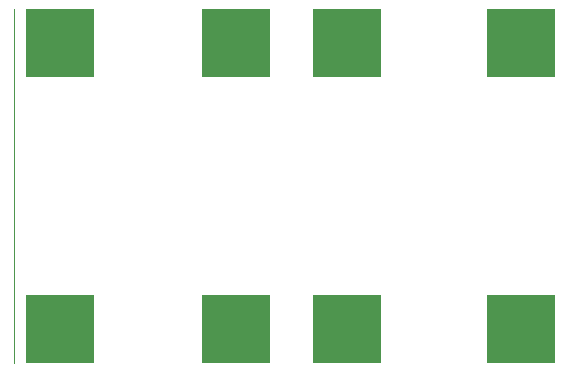
<source format=gbr>
%TF.GenerationSoftware,KiCad,Pcbnew,(6.0.2)*%
%TF.CreationDate,2022-07-28T16:32:46-07:00*%
%TF.ProjectId,mpcie1extv01,6d706369-6531-4657-9874-7630312e6b69,v01*%
%TF.SameCoordinates,Original*%
%TF.FileFunction,Legend,Bot*%
%TF.FilePolarity,Positive*%
%FSLAX46Y46*%
G04 Gerber Fmt 4.6, Leading zero omitted, Abs format (unit mm)*
G04 Created by KiCad (PCBNEW (6.0.2)) date 2022-07-28 16:32:46*
%MOMM*%
%LPD*%
G01*
G04 APERTURE LIST*
%ADD10C,0.010000*%
%ADD11R,5.800000X5.800000*%
G04 APERTURE END LIST*
D10*
%TO.C,U1*%
X70085750Y-145000000D02*
X70085750Y-175000000D01*
%TD*%
D11*
%TO.C,U1*%
X98335750Y-172100000D03*
X98335750Y-147900000D03*
X113035750Y-172100000D03*
X113035750Y-147900000D03*
X88885750Y-147900000D03*
X73985750Y-147900000D03*
X73985750Y-172100000D03*
X88885750Y-172100000D03*
%TD*%
M02*

</source>
